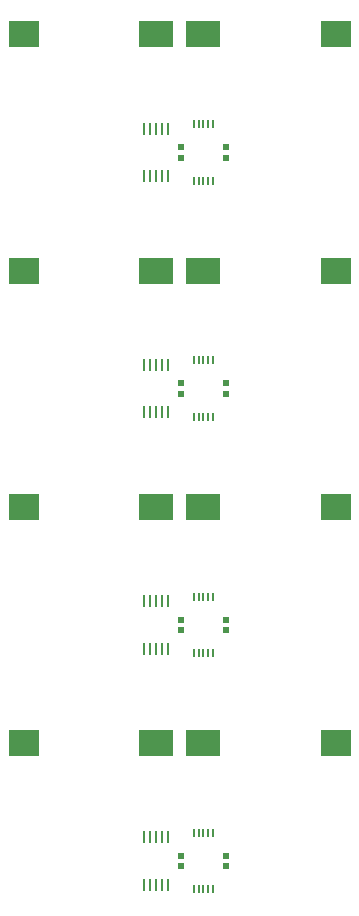
<source format=gts>
G04 (created by PCBNEW (2013-04-21 BZR 4107)-testing) date Thursday, 06 June 2013 16:04:59*
%MOIN*%
G04 Gerber Fmt 3.4, Leading zero omitted, Abs format*
%FSLAX34Y34*%
G01*
G70*
G90*
G04 APERTURE LIST*
%ADD10C,0*%
%ADD11R,0.00905512X0.0314961*%
%ADD12R,0.0224409X0.019685*%
%ADD13R,0.00984252X0.0433071*%
%ADD14R,0.102362X0.0866142*%
%ADD15R,0.11811X0.0866142*%
G04 APERTURE END LIST*
G54D10*
G54D11*
X53779Y-49251D03*
X53622Y-49251D03*
X53937Y-49251D03*
X54094Y-49251D03*
X54251Y-49251D03*
X54251Y-51141D03*
X54094Y-51141D03*
X53937Y-51141D03*
X53779Y-51141D03*
X53622Y-51141D03*
G54D12*
X54690Y-50019D03*
X54690Y-50374D03*
X53183Y-50019D03*
X53183Y-50374D03*
G54D13*
X52165Y-25787D03*
X51968Y-25787D03*
X52362Y-25787D03*
X52559Y-25787D03*
X52755Y-25787D03*
X52755Y-27362D03*
X52559Y-27362D03*
X52362Y-27362D03*
X52165Y-27362D03*
X51968Y-27362D03*
X52165Y-33661D03*
X51968Y-33661D03*
X52362Y-33661D03*
X52559Y-33661D03*
X52755Y-33661D03*
X52755Y-35236D03*
X52559Y-35236D03*
X52362Y-35236D03*
X52165Y-35236D03*
X51968Y-35236D03*
X52165Y-41535D03*
X51968Y-41535D03*
X52362Y-41535D03*
X52559Y-41535D03*
X52755Y-41535D03*
X52755Y-43110D03*
X52559Y-43110D03*
X52362Y-43110D03*
X52165Y-43110D03*
X51968Y-43110D03*
X52165Y-49409D03*
X51968Y-49409D03*
X52362Y-49409D03*
X52559Y-49409D03*
X52755Y-49409D03*
X52755Y-50984D03*
X52559Y-50984D03*
X52362Y-50984D03*
X52165Y-50984D03*
X51968Y-50984D03*
G54D11*
X53779Y-25629D03*
X53622Y-25629D03*
X53937Y-25629D03*
X54094Y-25629D03*
X54251Y-25629D03*
X54251Y-27519D03*
X54094Y-27519D03*
X53937Y-27519D03*
X53779Y-27519D03*
X53622Y-27519D03*
G54D12*
X54690Y-26397D03*
X54690Y-26751D03*
X53183Y-26397D03*
X53183Y-26751D03*
G54D11*
X53779Y-33503D03*
X53622Y-33503D03*
X53937Y-33503D03*
X54094Y-33503D03*
X54251Y-33503D03*
X54251Y-35393D03*
X54094Y-35393D03*
X53937Y-35393D03*
X53779Y-35393D03*
X53622Y-35393D03*
G54D12*
X54690Y-34271D03*
X54690Y-34625D03*
X53183Y-34271D03*
X53183Y-34625D03*
G54D11*
X53779Y-41377D03*
X53622Y-41377D03*
X53937Y-41377D03*
X54094Y-41377D03*
X54251Y-41377D03*
X54251Y-43267D03*
X54094Y-43267D03*
X53937Y-43267D03*
X53779Y-43267D03*
X53622Y-43267D03*
G54D12*
X54690Y-42145D03*
X54690Y-42500D03*
X53183Y-42145D03*
X53183Y-42500D03*
G54D14*
X58346Y-30511D03*
G54D15*
X53937Y-30511D03*
G54D14*
X58346Y-22637D03*
G54D15*
X53937Y-22637D03*
G54D14*
X47952Y-30511D03*
G54D15*
X52362Y-30511D03*
G54D14*
X58346Y-46259D03*
G54D15*
X53937Y-46259D03*
G54D14*
X47952Y-22637D03*
G54D15*
X52362Y-22637D03*
G54D14*
X58346Y-38385D03*
G54D15*
X53937Y-38385D03*
G54D14*
X47952Y-46259D03*
G54D15*
X52362Y-46259D03*
G54D14*
X47952Y-38385D03*
G54D15*
X52362Y-38385D03*
M02*

</source>
